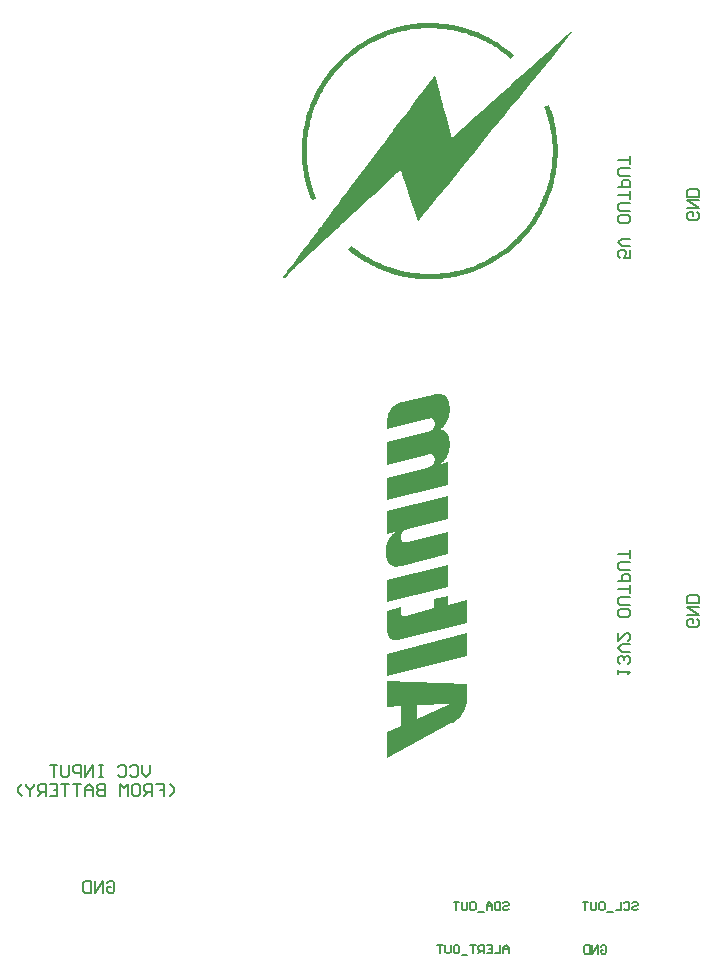
<source format=gbo>
G04*
G04 #@! TF.GenerationSoftware,Altium Limited,Altium Designer,18.1.11 (251)*
G04*
G04 Layer_Color=32896*
%FSLAX25Y25*%
%MOIN*%
G70*
G01*
G75*
%ADD13C,0.00787*%
%ADD15C,0.00591*%
%ADD85C,0.00669*%
G36*
X298514Y350379D02*
X298730D01*
X298838D01*
X298892D01*
X300187Y350271D01*
X301428Y350164D01*
X302615Y350002D01*
X303640Y349840D01*
X304503Y349678D01*
X304881Y349624D01*
X305205Y349516D01*
X305475Y349462D01*
X305637D01*
X305745Y349408D01*
X305799D01*
X307094Y349084D01*
X308281Y348761D01*
X309414Y348437D01*
X310439Y348059D01*
X311302Y347789D01*
X311626Y347627D01*
X311950Y347519D01*
X312166Y347411D01*
X312328Y347358D01*
X312436Y347304D01*
X312490D01*
X313731Y346764D01*
X314918Y346224D01*
X315997Y345685D01*
X316968Y345199D01*
X317778Y344713D01*
X318102Y344552D01*
X318371Y344390D01*
X318587Y344228D01*
X318803Y344174D01*
X318857Y344066D01*
X318911D01*
X320044Y343365D01*
X321069Y342609D01*
X322041Y341908D01*
X322904Y341260D01*
X323605Y340667D01*
X324145Y340235D01*
X324361Y340019D01*
X324523Y339911D01*
X324577Y339857D01*
X324631Y339803D01*
X323551Y338562D01*
X322580Y339425D01*
X321609Y340181D01*
X320692Y340882D01*
X319828Y341476D01*
X319127Y341962D01*
X318533Y342339D01*
X318317Y342501D01*
X318155Y342609D01*
X318102Y342663D01*
X318047D01*
X316968Y343311D01*
X315889Y343904D01*
X314864Y344444D01*
X313893Y344875D01*
X313137Y345253D01*
X312759Y345415D01*
X312490Y345577D01*
X312274Y345685D01*
X312112Y345739D01*
X312004Y345793D01*
X311950D01*
X310763Y346224D01*
X309576Y346602D01*
X308497Y346980D01*
X307471Y347250D01*
X306662Y347465D01*
X306284Y347519D01*
X306014Y347627D01*
X305745Y347681D01*
X305583D01*
X305475Y347735D01*
X305421D01*
X304180Y348005D01*
X302993Y348221D01*
X301859Y348383D01*
X300888Y348491D01*
X300025Y348545D01*
X299647Y348599D01*
X299377D01*
X299108Y348653D01*
X298946D01*
X298838D01*
X298784D01*
X297489Y348707D01*
X296248D01*
X295061D01*
X294035Y348653D01*
X293172Y348599D01*
X292794D01*
X292471Y348545D01*
X292201D01*
X292039Y348491D01*
X291931D01*
X291877D01*
X290636Y348329D01*
X289395Y348113D01*
X288262Y347897D01*
X287290Y347681D01*
X286427Y347519D01*
X286103Y347411D01*
X285779Y347358D01*
X285564Y347304D01*
X285402Y347250D01*
X285294Y347196D01*
X285240D01*
X283999Y346818D01*
X282758Y346386D01*
X281679Y345901D01*
X280653Y345523D01*
X279844Y345145D01*
X279520Y344983D01*
X279196Y344875D01*
X278980Y344767D01*
X278819Y344659D01*
X278711Y344606D01*
X278657D01*
X277523Y344012D01*
X276390Y343419D01*
X275365Y342825D01*
X274448Y342285D01*
X273692Y341800D01*
X273099Y341368D01*
X272883Y341260D01*
X272721Y341152D01*
X272667Y341044D01*
X272613D01*
X271534Y340235D01*
X270509Y339425D01*
X269591Y338670D01*
X268782Y337915D01*
X268080Y337321D01*
X267595Y336835D01*
X267271Y336512D01*
X267217Y336458D01*
X267163Y336404D01*
X266300Y335432D01*
X265437Y334461D01*
X264681Y333544D01*
X264034Y332734D01*
X263494Y332033D01*
X263116Y331439D01*
X262954Y331224D01*
X262846Y331062D01*
X262738Y331008D01*
Y330954D01*
X262037Y329928D01*
X261389Y328849D01*
X260796Y327878D01*
X260310Y326961D01*
X259879Y326205D01*
X259609Y325612D01*
X259501Y325396D01*
X259393Y325234D01*
X259339Y325126D01*
Y325072D01*
X258853Y323885D01*
X258422Y322752D01*
X257990Y321673D01*
X257666Y320701D01*
X257397Y319838D01*
X257343Y319514D01*
X257235Y319190D01*
X257181Y318975D01*
X257127Y318813D01*
X257073Y318705D01*
Y318651D01*
X256749Y317464D01*
X256479Y316277D01*
X256209Y315143D01*
X256048Y314118D01*
X255886Y313255D01*
X255832Y312877D01*
X255778Y312607D01*
Y312337D01*
X255724Y312176D01*
Y312014D01*
X255616Y310773D01*
X255562Y309532D01*
Y306132D01*
X255616Y305808D01*
Y305215D01*
X255724Y303920D01*
X255886Y302679D01*
X255994Y301546D01*
X256209Y300520D01*
X256317Y299657D01*
X256425Y299279D01*
X256479Y299009D01*
X256533Y298740D01*
Y298578D01*
X256587Y298470D01*
Y298416D01*
X256911Y297175D01*
X257235Y296042D01*
X257612Y294908D01*
X257936Y293937D01*
X258206Y293128D01*
X258368Y292804D01*
X258476Y292480D01*
X258584Y292264D01*
X258638Y292103D01*
X258692Y291995D01*
Y291941D01*
X257127Y291293D01*
X256641Y292534D01*
X256263Y293721D01*
X255886Y294854D01*
X255562Y295880D01*
X255292Y296743D01*
X255184Y297121D01*
X255130Y297445D01*
X255076Y297714D01*
X255022Y297876D01*
X254968Y297984D01*
Y298038D01*
X254698Y299333D01*
X254483Y300628D01*
X254321Y301815D01*
X254159Y302894D01*
X254105Y303812D01*
X254051Y304190D01*
Y304513D01*
X253997Y304783D01*
Y305107D01*
X253943Y305592D01*
X253889Y306024D01*
Y308776D01*
X253943Y309855D01*
X253997Y310827D01*
X254105Y311690D01*
X254159Y312391D01*
X254213Y312985D01*
Y313201D01*
X254267Y313363D01*
Y313471D01*
X254429Y314550D01*
X254591Y315575D01*
X254806Y316546D01*
X254968Y317410D01*
X255130Y318111D01*
X255292Y318651D01*
X255346Y318867D01*
Y319028D01*
X255400Y319082D01*
Y319137D01*
X255778Y320378D01*
X256209Y321619D01*
X256587Y322698D01*
X256965Y323723D01*
X257343Y324533D01*
X257450Y324856D01*
X257612Y325180D01*
X257666Y325396D01*
X257774Y325558D01*
X257828Y325666D01*
Y325720D01*
X258422Y326907D01*
X259015Y328040D01*
X259609Y329119D01*
X260202Y330036D01*
X260688Y330792D01*
X261066Y331439D01*
X261174Y331655D01*
X261282Y331817D01*
X261389Y331871D01*
Y331925D01*
X262145Y333004D01*
X262954Y334029D01*
X263710Y335001D01*
X264411Y335864D01*
X265059Y336565D01*
X265544Y337105D01*
X265706Y337267D01*
X265868Y337429D01*
X265922Y337483D01*
X265976Y337537D01*
X266947Y338508D01*
X267973Y339425D01*
X268890Y340235D01*
X269753Y340936D01*
X270509Y341530D01*
X271102Y342016D01*
X271318Y342177D01*
X271480Y342285D01*
X271534Y342393D01*
X271588D01*
X272721Y343203D01*
X273908Y343904D01*
X274934Y344552D01*
X275905Y345091D01*
X276768Y345523D01*
X277092Y345739D01*
X277416Y345901D01*
X277631Y346009D01*
X277793Y346116D01*
X277901Y346170D01*
X277955D01*
X279196Y346764D01*
X280437Y347250D01*
X281571Y347681D01*
X282596Y348059D01*
X283513Y348383D01*
X283837Y348491D01*
X284161Y348599D01*
X284430Y348653D01*
X284592Y348707D01*
X284700Y348761D01*
X284754D01*
X286049Y349084D01*
X287290Y349408D01*
X288477Y349624D01*
X289557Y349840D01*
X290420Y350002D01*
X290798Y350056D01*
X291122Y350110D01*
X291391D01*
X291553Y350164D01*
X291661D01*
X291715D01*
X293010Y350325D01*
X294305Y350379D01*
X295546Y350433D01*
X296625D01*
X297543D01*
X297920D01*
X298244D01*
X298514Y350379D01*
D02*
G37*
G36*
X343733Y347519D02*
X343786Y347465D01*
X344002Y347358D01*
X344056Y347304D01*
X341682Y344390D01*
X339362Y341584D01*
X338282Y340235D01*
X337203Y338940D01*
X336232Y337699D01*
X335261Y336565D01*
X334397Y335486D01*
X333642Y334569D01*
X332941Y333706D01*
X332347Y333004D01*
X331915Y332411D01*
X331538Y332033D01*
X331322Y331763D01*
X331268Y331655D01*
X328839Y328741D01*
X326519Y325935D01*
X325440Y324586D01*
X324361Y323291D01*
X323336Y322050D01*
X322418Y320917D01*
X321555Y319838D01*
X320799Y318921D01*
X320098Y318057D01*
X319504Y317356D01*
X319073Y316762D01*
X318695Y316385D01*
X318479Y316115D01*
X318425Y316007D01*
X316051Y313093D01*
X313731Y310233D01*
X312651Y308830D01*
X311572Y307535D01*
X310547Y306294D01*
X309630Y305161D01*
X308766Y304082D01*
X307957Y303110D01*
X307256Y302301D01*
X306716Y301546D01*
X306230Y301006D01*
X305853Y300574D01*
X305637Y300304D01*
X305583Y300197D01*
X303208Y297229D01*
X300834Y294369D01*
X299755Y293020D01*
X298676Y291725D01*
X297651Y290484D01*
X296679Y289297D01*
X295816Y288271D01*
X295061Y287300D01*
X294359Y286437D01*
X293765Y285735D01*
X293280Y285142D01*
X292902Y284764D01*
X292686Y284494D01*
X292632Y284386D01*
X292093Y286005D01*
X291553Y287516D01*
X291068Y288973D01*
X290636Y290268D01*
X290420Y290861D01*
X290258Y291347D01*
X290096Y291779D01*
X289988Y292210D01*
X289880Y292480D01*
X289773Y292750D01*
X289719Y292858D01*
Y292912D01*
X289179Y294477D01*
X288693Y296042D01*
X288208Y297498D01*
X287776Y298794D01*
X287560Y299387D01*
X287398Y299873D01*
X287236Y300358D01*
X287128Y300736D01*
X287020Y301060D01*
X286913Y301276D01*
X286859Y301438D01*
Y301492D01*
X285617Y300520D01*
X285078Y300035D01*
X284592Y299603D01*
X284215Y299279D01*
X283891Y298955D01*
X283675Y298794D01*
X283621Y298740D01*
X282542Y297714D01*
X282056Y297229D01*
X281625Y296797D01*
X281247Y296419D01*
X280977Y296149D01*
X280761Y295934D01*
X280707Y295880D01*
X279250Y294531D01*
X277901Y293236D01*
X276552Y292049D01*
X275365Y290969D01*
X274880Y290484D01*
X274394Y290052D01*
X273962Y289674D01*
X273638Y289351D01*
X273315Y289081D01*
X273099Y288865D01*
X272991Y288757D01*
X272937Y288703D01*
X271480Y287354D01*
X270077Y286059D01*
X268782Y284872D01*
X267595Y283793D01*
X267055Y283307D01*
X266624Y282875D01*
X266192Y282498D01*
X265814Y282174D01*
X265544Y281904D01*
X265329Y281688D01*
X265221Y281580D01*
X265167Y281526D01*
X263710Y280177D01*
X262307Y278882D01*
X261012Y277641D01*
X259879Y276562D01*
X259339Y276076D01*
X258853Y275645D01*
X258476Y275267D01*
X258098Y274943D01*
X257828Y274673D01*
X257612Y274458D01*
X257504Y274350D01*
X257450Y274296D01*
X255994Y272947D01*
X254644Y271652D01*
X253295Y270465D01*
X252108Y269331D01*
X251623Y268846D01*
X251137Y268414D01*
X250705Y268036D01*
X250382Y267713D01*
X250058Y267443D01*
X249842Y267227D01*
X249734Y267119D01*
X249680Y267065D01*
X249410Y266741D01*
X249141Y266418D01*
X248925Y266148D01*
X248871Y266094D01*
Y266040D01*
X248709Y265878D01*
X248547Y265716D01*
X248223Y265608D01*
X248007D01*
X247900D01*
X247792Y265716D01*
X247738Y265824D01*
Y265986D01*
X247792Y266094D01*
X247954Y266310D01*
X248061Y266418D01*
X248439Y266903D01*
X248709Y267281D01*
X248871Y267551D01*
X248925Y267659D01*
X251137Y270572D01*
X253295Y273378D01*
X254321Y274727D01*
X255292Y276022D01*
X256209Y277263D01*
X257073Y278397D01*
X257882Y279476D01*
X258584Y280393D01*
X259231Y281257D01*
X259771Y281958D01*
X260202Y282552D01*
X260526Y282929D01*
X260742Y283199D01*
X260796Y283307D01*
X263008Y286221D01*
X265113Y289081D01*
X266138Y290430D01*
X267109Y291779D01*
X268027Y292966D01*
X268890Y294153D01*
X269699Y295178D01*
X270401Y296149D01*
X271048Y297013D01*
X271588Y297714D01*
X272020Y298308D01*
X272343Y298686D01*
X272559Y298955D01*
X272613Y299063D01*
X274826Y301977D01*
X276984Y304837D01*
X278009Y306186D01*
X278980Y307535D01*
X279898Y308722D01*
X280761Y309909D01*
X281571Y310934D01*
X282272Y311906D01*
X282920Y312769D01*
X283405Y313471D01*
X283837Y314064D01*
X284161Y314442D01*
X284377Y314712D01*
X284430Y314820D01*
X286643Y317734D01*
X288801Y320593D01*
X289826Y321942D01*
X290852Y323291D01*
X291769Y324479D01*
X292632Y325666D01*
X293442Y326691D01*
X294143Y327662D01*
X294791Y328525D01*
X295330Y329227D01*
X295762Y329821D01*
X296086Y330198D01*
X296302Y330468D01*
X296356Y330576D01*
X296625Y331008D01*
X296949Y331385D01*
X297165Y331601D01*
X297219Y331709D01*
X297597Y332195D01*
X297920Y332627D01*
X298190Y333004D01*
X298298Y333058D01*
Y333112D01*
X298838Y331170D01*
X299377Y329227D01*
X299809Y327446D01*
X300025Y326637D01*
X300241Y325882D01*
X300457Y325180D01*
X300618Y324533D01*
X300726Y323993D01*
X300888Y323507D01*
X300996Y323130D01*
X301050Y322806D01*
X301104Y322644D01*
Y322590D01*
X301644Y320647D01*
X302129Y318813D01*
X302615Y317032D01*
X302831Y316223D01*
X302993Y315467D01*
X303208Y314766D01*
X303370Y314118D01*
X303478Y313579D01*
X303640Y313147D01*
X303748Y312769D01*
X303802Y312445D01*
X303856Y312284D01*
Y312230D01*
X305745Y313902D01*
X307525Y315521D01*
X309198Y317032D01*
X310008Y317734D01*
X310709Y318381D01*
X311410Y318975D01*
X312004Y319514D01*
X312544Y320000D01*
X312975Y320431D01*
X313353Y320755D01*
X313623Y320971D01*
X313785Y321133D01*
X313839Y321187D01*
X315727Y322860D01*
X317508Y324425D01*
X319181Y325935D01*
X319936Y326637D01*
X320692Y327284D01*
X321339Y327878D01*
X321933Y328418D01*
X322472Y328903D01*
X322904Y329281D01*
X323282Y329605D01*
X323551Y329821D01*
X323713Y329982D01*
X323767Y330036D01*
X325602Y331709D01*
X327383Y333274D01*
X329055Y334785D01*
X329865Y335486D01*
X330566Y336134D01*
X331214Y336727D01*
X331807Y337267D01*
X332347Y337753D01*
X332779Y338130D01*
X333156Y338454D01*
X333426Y338670D01*
X333588Y338832D01*
X333642Y338886D01*
X335477Y340505D01*
X337257Y342070D01*
X338930Y343526D01*
X339686Y344228D01*
X340387Y344875D01*
X341035Y345469D01*
X341628Y346009D01*
X342168Y346494D01*
X342599Y346872D01*
X342977Y347196D01*
X343247Y347411D01*
X343409Y347573D01*
X343463Y347627D01*
X343733Y347519D01*
D02*
G37*
G36*
X336772Y321942D02*
X337149Y320755D01*
X337527Y319622D01*
X337797Y318597D01*
X338013Y317734D01*
X338067Y317356D01*
X338175Y317032D01*
X338229Y316762D01*
Y316600D01*
X338282Y316492D01*
Y316439D01*
X338552Y315143D01*
X338714Y313902D01*
X338876Y312715D01*
X338984Y311690D01*
X339092Y310827D01*
Y310449D01*
X339146Y310125D01*
Y309532D01*
X339200Y308237D01*
Y306996D01*
X339146Y305808D01*
X339092Y304783D01*
X338984Y303920D01*
Y303542D01*
X338930Y303218D01*
Y302948D01*
X338876Y302787D01*
Y302625D01*
X338714Y301330D01*
X338498Y300143D01*
X338282Y298955D01*
X338067Y297984D01*
X337851Y297121D01*
X337743Y296743D01*
X337689Y296473D01*
X337635Y296203D01*
X337581Y296042D01*
X337527Y295934D01*
Y295880D01*
X337149Y294639D01*
X336718Y293451D01*
X336340Y292372D01*
X335908Y291347D01*
X335584Y290538D01*
X335423Y290214D01*
X335315Y289890D01*
X335207Y289674D01*
X335099Y289512D01*
X335045Y289405D01*
Y289351D01*
X334451Y288163D01*
X333858Y287084D01*
X333318Y286059D01*
X332725Y285142D01*
X332239Y284386D01*
X331861Y283793D01*
X331753Y283577D01*
X331645Y283415D01*
X331538Y283361D01*
Y283307D01*
X330728Y282228D01*
X329919Y281257D01*
X329163Y280285D01*
X328408Y279476D01*
X327814Y278774D01*
X327329Y278289D01*
X327167Y278073D01*
X327005Y277911D01*
X326951Y277857D01*
X326897Y277803D01*
X325926Y276886D01*
X325008Y275969D01*
X324091Y275159D01*
X323228Y274512D01*
X322526Y273918D01*
X321933Y273486D01*
X321717Y273324D01*
X321555Y273217D01*
X321501Y273109D01*
X321447D01*
X320314Y272353D01*
X319235Y271652D01*
X318155Y271004D01*
X317238Y270465D01*
X316429Y270033D01*
X316105Y269817D01*
X315781Y269655D01*
X315565Y269547D01*
X315404Y269439D01*
X315296Y269385D01*
X315242D01*
X314054Y268846D01*
X312867Y268306D01*
X311734Y267875D01*
X310709Y267497D01*
X309846Y267227D01*
X309468Y267065D01*
X309144Y266957D01*
X308874Y266903D01*
X308712Y266849D01*
X308605Y266795D01*
X308551D01*
X307310Y266472D01*
X306068Y266148D01*
X304935Y265932D01*
X303910Y265716D01*
X303047Y265608D01*
X302669Y265500D01*
X302345D01*
X302075Y265446D01*
X301913Y265392D01*
X301805D01*
X301752D01*
X300457Y265284D01*
X299216Y265177D01*
X298028Y265123D01*
X297003D01*
X296140D01*
X295762D01*
X295438D01*
X295168D01*
X295007D01*
X294899D01*
X294845D01*
X293550Y265177D01*
X292255Y265284D01*
X291068Y265446D01*
X290042Y265554D01*
X289125Y265716D01*
X288801Y265770D01*
X288477Y265824D01*
X288208Y265878D01*
X288046D01*
X287938Y265932D01*
X287884D01*
X286643Y266256D01*
X285456Y266579D01*
X284323Y266903D01*
X283351Y267227D01*
X282488Y267497D01*
X282164Y267605D01*
X281840Y267713D01*
X281625Y267821D01*
X281463Y267875D01*
X281355Y267928D01*
X281301D01*
X280060Y268414D01*
X278926Y268900D01*
X277847Y269439D01*
X276930Y269871D01*
X276121Y270303D01*
X275797Y270465D01*
X275527Y270626D01*
X275311Y270734D01*
X275149Y270842D01*
X275041Y270896D01*
X274987D01*
X273854Y271544D01*
X272829Y272245D01*
X271858Y272947D01*
X270994Y273594D01*
X270293Y274134D01*
X269753Y274566D01*
X269537Y274727D01*
X269376Y274835D01*
X269322Y274943D01*
X269268D01*
X270293Y276184D01*
X271318Y275429D01*
X272289Y274727D01*
X273207Y274080D01*
X274070Y273486D01*
X274772Y273055D01*
X275365Y272677D01*
X275581Y272569D01*
X275743Y272461D01*
X275797Y272407D01*
X275851D01*
X276930Y271814D01*
X278009Y271220D01*
X279088Y270734D01*
X280006Y270303D01*
X280815Y269925D01*
X281139Y269817D01*
X281409Y269655D01*
X281625Y269547D01*
X281786Y269493D01*
X281894Y269439D01*
X281948D01*
X283081Y269062D01*
X284215Y268684D01*
X285294Y268360D01*
X286265Y268090D01*
X287074Y267875D01*
X287398Y267821D01*
X287722Y267713D01*
X287938Y267659D01*
X288100D01*
X288208Y267605D01*
X288262D01*
X289503Y267389D01*
X290690Y267227D01*
X291769Y267065D01*
X292794Y266957D01*
X293658Y266903D01*
X293981Y266849D01*
X294305D01*
X294521Y266795D01*
X294683D01*
X294791D01*
X294845D01*
X296086D01*
X297273D01*
X298406Y266849D01*
X299431Y266903D01*
X300241Y266957D01*
X300618D01*
X300942Y267011D01*
X301158D01*
X301320Y267065D01*
X301428D01*
X301482D01*
X302723Y267227D01*
X303910Y267443D01*
X305043Y267659D01*
X306068Y267875D01*
X306878Y268090D01*
X307256Y268198D01*
X307579Y268252D01*
X307795Y268306D01*
X307957Y268360D01*
X308065Y268414D01*
X308119D01*
X309306Y268792D01*
X310493Y269223D01*
X311572Y269601D01*
X312544Y270033D01*
X313353Y270357D01*
X313677Y270518D01*
X313947Y270626D01*
X314162Y270734D01*
X314324Y270842D01*
X314432Y270896D01*
X314486D01*
X315619Y271490D01*
X316753Y272137D01*
X317778Y272731D01*
X318641Y273271D01*
X319396Y273756D01*
X319990Y274134D01*
X320206Y274242D01*
X320368Y274350D01*
X320422Y274458D01*
X320476D01*
X321501Y275267D01*
X322472Y276076D01*
X323390Y276832D01*
X324145Y277533D01*
X324793Y278127D01*
X325278Y278559D01*
X325602Y278882D01*
X325710Y278990D01*
X326627Y279907D01*
X327436Y280879D01*
X328246Y281742D01*
X328893Y282552D01*
X329433Y283253D01*
X329865Y283793D01*
X329973Y284009D01*
X330081Y284170D01*
X330188Y284224D01*
Y284278D01*
X330836Y285303D01*
X331484Y286329D01*
X332023Y287300D01*
X332509Y288217D01*
X332887Y288973D01*
X333156Y289512D01*
X333264Y289782D01*
X333372Y289944D01*
X333426Y289998D01*
Y290052D01*
X333966Y291185D01*
X334397Y292318D01*
X334829Y293398D01*
X335207Y294369D01*
X335477Y295178D01*
X335584Y295502D01*
X335692Y295826D01*
X335746Y296042D01*
X335800Y296203D01*
X335854Y296311D01*
Y296365D01*
X336178Y297552D01*
X336502Y298740D01*
X336718Y299819D01*
X336880Y300790D01*
X337041Y301600D01*
X337095Y301923D01*
X337149Y302247D01*
Y302463D01*
X337203Y302625D01*
Y302787D01*
X337311Y304028D01*
X337419Y305215D01*
X337473Y306348D01*
X337527Y307319D01*
Y309424D01*
X337419Y310665D01*
X337311Y311906D01*
X337149Y313039D01*
X336987Y314064D01*
X336826Y314874D01*
X336772Y315251D01*
X336718Y315575D01*
X336664Y315791D01*
Y315953D01*
X336610Y316061D01*
Y316115D01*
X336340Y317356D01*
X336070Y318543D01*
X335746Y319622D01*
X335423Y320593D01*
X335153Y321403D01*
X335045Y321726D01*
X334937Y321996D01*
X334829Y322212D01*
X334775Y322374D01*
X334721Y322482D01*
Y322536D01*
X336340Y323183D01*
X336772Y321942D01*
D02*
G37*
G36*
X300377Y226750D02*
X300392D01*
X300422Y226735D01*
X300482D01*
X300558Y226704D01*
X300648Y226689D01*
X300754Y226659D01*
X301011Y226569D01*
X301283Y226463D01*
X301570Y226312D01*
X301841Y226115D01*
X302098Y225874D01*
Y225859D01*
X302128Y225844D01*
X302158Y225798D01*
X302189Y225738D01*
X302294Y225587D01*
X302415Y225360D01*
X302551Y225104D01*
X302687Y224802D01*
X302823Y224454D01*
X302928Y224077D01*
Y224062D01*
X302944Y224032D01*
X302959Y223971D01*
X302974Y223896D01*
X302989Y223805D01*
X303019Y223684D01*
X303034Y223549D01*
X303064Y223397D01*
X303095Y223231D01*
X303110Y223050D01*
X303155Y222658D01*
X303185Y222220D01*
X303200Y221737D01*
Y221495D01*
X303185Y221404D01*
Y221163D01*
X303155Y220891D01*
X303125Y220589D01*
X303080Y220272D01*
X303019Y219940D01*
Y219894D01*
X303004Y219849D01*
X302989Y219789D01*
X302974Y219713D01*
X302944Y219622D01*
X302898Y219396D01*
X302823Y219124D01*
X302732Y218837D01*
X302626Y218520D01*
X302506Y218203D01*
Y218188D01*
X302491Y218158D01*
X302476Y218112D01*
X302445Y218052D01*
X302400Y217962D01*
X302355Y217871D01*
X302249Y217644D01*
X302113Y217388D01*
X301947Y217101D01*
X301751Y216799D01*
X301539Y216497D01*
Y216482D01*
X301509Y216467D01*
X301479Y216421D01*
X301434Y216361D01*
X301298Y216210D01*
X301132Y216014D01*
X300920Y215787D01*
X300663Y215546D01*
X300392Y215289D01*
X300075Y215032D01*
X300090D01*
X300105D01*
X300150Y215017D01*
X300210Y215002D01*
X300361Y214972D01*
X300543Y214911D01*
X300754Y214836D01*
X300981Y214745D01*
X301222Y214639D01*
X301449Y214519D01*
X301479Y214504D01*
X301554Y214458D01*
X301660Y214383D01*
X301796Y214277D01*
X301947Y214141D01*
X302113Y213975D01*
X302279Y213794D01*
X302445Y213582D01*
X302460Y213552D01*
X302506Y213477D01*
X302581Y213356D01*
X302657Y213175D01*
X302747Y212963D01*
X302838Y212707D01*
X302928Y212420D01*
X303004Y212103D01*
Y212088D01*
X303019Y212057D01*
Y212012D01*
X303034Y211952D01*
X303049Y211861D01*
X303064Y211755D01*
X303080Y211635D01*
X303110Y211514D01*
X303140Y211197D01*
X303170Y210849D01*
X303185Y210442D01*
X303200Y210004D01*
Y209807D01*
X303185Y209657D01*
Y209475D01*
X303155Y209264D01*
X303140Y209022D01*
X303110Y208766D01*
X303064Y208494D01*
X303019Y208192D01*
X302883Y207573D01*
X302793Y207256D01*
X302702Y206939D01*
X302581Y206621D01*
X302445Y206319D01*
X302430Y206304D01*
X302415Y206244D01*
X302370Y206168D01*
X302309Y206048D01*
X302219Y205912D01*
X302128Y205746D01*
X302007Y205564D01*
X301887Y205368D01*
X301736Y205157D01*
X301554Y204930D01*
X301373Y204704D01*
X301177Y204477D01*
X300950Y204236D01*
X300709Y204009D01*
X300452Y203783D01*
X300180Y203556D01*
Y203466D01*
X302642Y204054D01*
Y196444D01*
X282453Y191401D01*
Y198920D01*
X295771Y202288D01*
X295786D01*
X295831Y202303D01*
X295892Y202318D01*
X295967Y202348D01*
X296073Y202378D01*
X296179Y202424D01*
X296451Y202529D01*
X296738Y202665D01*
X297040Y202846D01*
X297326Y203058D01*
X297568Y203299D01*
Y203314D01*
X297598Y203330D01*
X297628Y203375D01*
X297659Y203420D01*
X297764Y203586D01*
X297870Y203783D01*
X297976Y204039D01*
X298081Y204356D01*
X298142Y204704D01*
X298172Y205081D01*
Y205187D01*
X298157Y205262D01*
X298142Y205444D01*
X298096Y205670D01*
X298021Y205912D01*
X297915Y206153D01*
X297764Y206365D01*
X297674Y206470D01*
X297568Y206546D01*
X297538Y206561D01*
X297462Y206606D01*
X297311Y206652D01*
X297115Y206697D01*
X296873Y206727D01*
X296556D01*
X296179Y206697D01*
X295983Y206652D01*
X295756Y206591D01*
X282453Y203254D01*
Y210789D01*
X295771Y214126D01*
X295786D01*
X295831Y214141D01*
X295892Y214156D01*
X295967Y214187D01*
X296073Y214217D01*
X296179Y214262D01*
X296451Y214368D01*
X296738Y214519D01*
X297040Y214700D01*
X297326Y214911D01*
X297568Y215153D01*
Y215168D01*
X297598Y215183D01*
X297628Y215228D01*
X297659Y215289D01*
X297764Y215440D01*
X297870Y215651D01*
X297976Y215908D01*
X298081Y216225D01*
X298142Y216587D01*
X298172Y216995D01*
Y217101D01*
X298157Y217176D01*
Y217267D01*
X298142Y217357D01*
X298096Y217599D01*
X298021Y217841D01*
X297915Y218082D01*
X297764Y218309D01*
X297674Y218399D01*
X297568Y218475D01*
X297538Y218490D01*
X297462Y218535D01*
X297311Y218581D01*
X297130Y218626D01*
X296873Y218656D01*
X296556Y218641D01*
X296194Y218611D01*
X295998Y218566D01*
X295771Y218505D01*
X282453Y215168D01*
Y218686D01*
X282468Y218807D01*
X282483Y218958D01*
X282513Y219154D01*
X282543Y219351D01*
X282589Y219577D01*
X282634Y219819D01*
X282710Y220091D01*
X282785Y220362D01*
X282891Y220634D01*
X283012Y220921D01*
X283148Y221208D01*
X283314Y221480D01*
X283495Y221767D01*
X283510Y221782D01*
X283540Y221827D01*
X283600Y221903D01*
X283676Y222008D01*
X283782Y222129D01*
X283903Y222250D01*
X284053Y222401D01*
X284220Y222552D01*
X284401Y222718D01*
X284597Y222869D01*
X284808Y223035D01*
X285050Y223186D01*
X285292Y223322D01*
X285548Y223443D01*
X285835Y223549D01*
X286122Y223639D01*
X297689Y226553D01*
X297704D01*
X297764Y226569D01*
X297840Y226584D01*
X297961Y226614D01*
X298096Y226629D01*
X298248Y226659D01*
X298429Y226689D01*
X298625Y226719D01*
X299048Y226765D01*
X299486Y226795D01*
X299939D01*
X300377Y226750D01*
D02*
G37*
G36*
X302642Y185210D02*
X289293Y181842D01*
X289278D01*
X289248Y181827D01*
X289172Y181812D01*
X289097Y181782D01*
X288991Y181752D01*
X288885Y181706D01*
X288614Y181616D01*
X288327Y181465D01*
X288025Y181299D01*
X287738Y181087D01*
X287481Y180831D01*
Y180815D01*
X287451Y180800D01*
X287421Y180755D01*
X287391Y180710D01*
X287285Y180544D01*
X287179Y180332D01*
X287073Y180076D01*
X286968Y179774D01*
X286907Y179411D01*
X286877Y179019D01*
Y178913D01*
X286892Y178852D01*
X286907Y178671D01*
X286953Y178445D01*
X287028Y178218D01*
X287134Y177977D01*
X287285Y177765D01*
X287375Y177675D01*
X287481Y177599D01*
X287511Y177584D01*
X287602Y177539D01*
X287738Y177494D01*
X287934Y177448D01*
X288191Y177418D01*
X288508D01*
X288870Y177448D01*
X289082Y177494D01*
X289293Y177539D01*
X302642Y180876D01*
Y173341D01*
X287360Y169521D01*
X287345D01*
X287285Y169506D01*
X287209Y169491D01*
X287104Y169460D01*
X286953Y169445D01*
X286802Y169415D01*
X286620Y169385D01*
X286439Y169355D01*
X286017Y169309D01*
X285563Y169279D01*
X285110D01*
X284688Y169324D01*
X284673D01*
X284642Y169340D01*
X284582Y169355D01*
X284507Y169370D01*
X284416Y169400D01*
X284325Y169430D01*
X284084Y169521D01*
X283827Y169641D01*
X283555Y169808D01*
X283298Y170019D01*
X283072Y170276D01*
Y170291D01*
X283042Y170306D01*
X283012Y170351D01*
X282981Y170396D01*
X282876Y170547D01*
X282740Y170759D01*
X282604Y171001D01*
X282453Y171287D01*
X282317Y171620D01*
X282196Y171967D01*
Y171982D01*
X282181Y172012D01*
X282166Y172073D01*
X282151Y172148D01*
X282136Y172239D01*
X282106Y172360D01*
X282075Y172480D01*
X282060Y172631D01*
X282030Y172797D01*
X282015Y172979D01*
X281970Y173371D01*
X281940Y173809D01*
Y174489D01*
X281955Y174640D01*
Y174821D01*
X281985Y175017D01*
X282000Y175259D01*
X282030Y175515D01*
X282075Y175787D01*
X282121Y176074D01*
X282242Y176693D01*
X282423Y177312D01*
X282543Y177629D01*
X282664Y177931D01*
X282679Y177946D01*
X282695Y178007D01*
X282740Y178082D01*
X282800Y178203D01*
X282876Y178339D01*
X282966Y178505D01*
X283087Y178671D01*
X283208Y178868D01*
X283359Y179079D01*
X283525Y179306D01*
X283691Y179532D01*
X283887Y179759D01*
X284114Y179985D01*
X284340Y180227D01*
X284582Y180453D01*
X284854Y180665D01*
Y180770D01*
X282423Y180181D01*
Y187686D01*
X302642Y192745D01*
Y185210D01*
D02*
G37*
G36*
Y162378D02*
X282423Y157335D01*
Y164840D01*
X302642Y169928D01*
Y162378D01*
D02*
G37*
G36*
Y156459D02*
X308818Y158075D01*
Y150540D01*
X287330Y145104D01*
X287315D01*
X287255Y145089D01*
X287179Y145059D01*
X287058Y145044D01*
X286923Y145013D01*
X286756Y144968D01*
X286575Y144938D01*
X286379Y144908D01*
X285941Y144832D01*
X285503Y144787D01*
X285050Y144772D01*
X284627Y144787D01*
X284612D01*
X284582Y144802D01*
X284522D01*
X284461Y144817D01*
X284280Y144862D01*
X284053Y144938D01*
X283797Y145044D01*
X283555Y145195D01*
X283314Y145376D01*
X283117Y145617D01*
X283102Y145648D01*
X283042Y145738D01*
X282966Y145874D01*
X282861Y146070D01*
X282755Y146327D01*
X282634Y146629D01*
X282528Y146976D01*
X282438Y147384D01*
Y147399D01*
X282423Y147444D01*
Y147505D01*
X282408Y147596D01*
X282393Y147701D01*
X282362Y147852D01*
X282347Y148003D01*
X282332Y148184D01*
X282302Y148381D01*
X282287Y148607D01*
X282272Y148849D01*
X282257Y149106D01*
X282242Y149377D01*
Y150917D01*
X282257Y151219D01*
Y151567D01*
X282272Y151944D01*
X282287Y152337D01*
Y152518D01*
X282302Y152624D01*
Y152865D01*
X282317Y153016D01*
X282332Y153349D01*
X282362Y153726D01*
X282393Y154119D01*
X282423Y154542D01*
X286907Y155674D01*
Y154255D01*
X286923Y154088D01*
X286938Y153892D01*
X286983Y153681D01*
X287043Y153454D01*
X287149Y153258D01*
X287270Y153092D01*
X287285Y153077D01*
X287345Y153032D01*
X287436Y152986D01*
X287572Y152926D01*
X287753Y152881D01*
X287964Y152865D01*
X288206D01*
X288493Y152926D01*
X298112Y155327D01*
Y158467D01*
X302642Y159600D01*
Y156459D01*
D02*
G37*
G36*
X309089Y139426D02*
X282423Y132737D01*
Y140257D01*
X309089Y146961D01*
Y139426D01*
D02*
G37*
G36*
Y130155D02*
Y125519D01*
X309074Y125414D01*
X309059Y125293D01*
Y125142D01*
X309029Y124976D01*
X309014Y124794D01*
X308953Y124372D01*
X308893Y123919D01*
X308787Y123451D01*
X308666Y122967D01*
Y122952D01*
X308651Y122907D01*
X308621Y122847D01*
X308591Y122756D01*
X308546Y122635D01*
X308500Y122499D01*
X308440Y122348D01*
X308380Y122182D01*
X308213Y121820D01*
X308032Y121412D01*
X307806Y120989D01*
X307564Y120566D01*
Y120551D01*
X307534Y120521D01*
X307489Y120461D01*
X307443Y120385D01*
X307383Y120280D01*
X307292Y120174D01*
X307111Y119902D01*
X306870Y119585D01*
X306583Y119253D01*
X306266Y118905D01*
X305918Y118558D01*
X305903Y118543D01*
X305873Y118513D01*
X305828Y118468D01*
X305752Y118407D01*
X305662Y118332D01*
X305556Y118226D01*
X305435Y118135D01*
X305299Y118015D01*
X304982Y117773D01*
X304620Y117501D01*
X304227Y117229D01*
X303789Y116973D01*
X282423Y105512D01*
X282453Y114179D01*
X287058Y116218D01*
Y122696D01*
X282423Y122454D01*
Y131152D01*
X309089Y130155D01*
D02*
G37*
%LPC*%
G36*
X303276Y123617D02*
X292177Y122998D01*
Y118483D01*
X303276Y123617D01*
D02*
G37*
%LPD*%
D13*
X385563Y287368D02*
X386219Y286712D01*
Y285400D01*
X385563Y284744D01*
X382939D01*
X382283Y285400D01*
Y286712D01*
X382939Y287368D01*
X384251D01*
Y286056D01*
X382283Y288680D02*
X386219D01*
X382283Y291304D01*
X386219D01*
Y292616D02*
X382283D01*
Y294583D01*
X382939Y295239D01*
X385563D01*
X386219Y294583D01*
Y292616D01*
X363385Y274671D02*
Y272047D01*
X361417D01*
X362073Y273359D01*
Y274015D01*
X361417Y274671D01*
X360105D01*
X359449Y274015D01*
Y272703D01*
X360105Y272047D01*
X363385Y275983D02*
X360761D01*
X359449Y277295D01*
X360761Y278607D01*
X363385D01*
Y285822D02*
Y284510D01*
X362729Y283855D01*
X360105D01*
X359449Y284510D01*
Y285822D01*
X360105Y286478D01*
X362729D01*
X363385Y285822D01*
Y287790D02*
X360105D01*
X359449Y288446D01*
Y289758D01*
X360105Y290414D01*
X363385D01*
Y291726D02*
Y294350D01*
Y293038D01*
X359449D01*
Y295662D02*
X363385D01*
Y297630D01*
X362729Y298286D01*
X361417D01*
X360761Y297630D01*
Y295662D01*
X363385Y299597D02*
X360105D01*
X359449Y300253D01*
Y301565D01*
X360105Y302221D01*
X363385D01*
Y303533D02*
Y306157D01*
Y304845D01*
X359449D01*
X385563Y151836D02*
X386219Y151181D01*
Y149869D01*
X385563Y149213D01*
X382939D01*
X382283Y149869D01*
Y151181D01*
X382939Y151836D01*
X384251D01*
Y150524D01*
X382283Y153148D02*
X386219D01*
X382283Y155772D01*
X386219D01*
Y157084D02*
X382283D01*
Y159052D01*
X382939Y159708D01*
X385563D01*
X386219Y159052D01*
Y157084D01*
X359449Y133465D02*
Y134776D01*
Y134121D01*
X363385D01*
X362729Y133465D01*
Y136744D02*
X363385Y137400D01*
Y138712D01*
X362729Y139368D01*
X362073D01*
X361417Y138712D01*
Y138056D01*
Y138712D01*
X360761Y139368D01*
X360105D01*
X359449Y138712D01*
Y137400D01*
X360105Y136744D01*
X363385Y140680D02*
X360761D01*
X359449Y141992D01*
X360761Y143304D01*
X363385D01*
X359449Y147240D02*
Y144616D01*
X362073Y147240D01*
X362729D01*
X363385Y146584D01*
Y145272D01*
X362729Y144616D01*
X363385Y154455D02*
Y153143D01*
X362729Y152487D01*
X360105D01*
X359449Y153143D01*
Y154455D01*
X360105Y155111D01*
X362729D01*
X363385Y154455D01*
Y156423D02*
X360105D01*
X359449Y157079D01*
Y158391D01*
X360105Y159047D01*
X363385D01*
Y160359D02*
Y162983D01*
Y161671D01*
X359449D01*
Y164295D02*
X363385D01*
Y166262D01*
X362729Y166918D01*
X361417D01*
X360761Y166262D01*
Y164295D01*
X363385Y168230D02*
X360105D01*
X359449Y168886D01*
Y170198D01*
X360105Y170854D01*
X363385D01*
Y172166D02*
Y174790D01*
Y173478D01*
X359449D01*
D15*
X322835Y40317D02*
Y42154D01*
X321916Y43072D01*
X320998Y42154D01*
Y40317D01*
Y41695D01*
X322835D01*
X320080Y43072D02*
Y40317D01*
X318243D01*
X315488Y43072D02*
X317325D01*
Y40317D01*
X315488D01*
X317325Y41695D02*
X316406D01*
X314570Y40317D02*
Y43072D01*
X313192D01*
X312733Y42613D01*
Y41695D01*
X313192Y41235D01*
X314570D01*
X313651D02*
X312733Y40317D01*
X311815Y43072D02*
X309978D01*
X310896D01*
Y40317D01*
X309060Y39858D02*
X307223D01*
X304927Y43072D02*
X305845D01*
X306305Y42613D01*
Y40776D01*
X305845Y40317D01*
X304927D01*
X304468Y40776D01*
Y42613D01*
X304927Y43072D01*
X303550D02*
Y40776D01*
X303090Y40317D01*
X302172D01*
X301713Y40776D01*
Y43072D01*
X300795D02*
X298958D01*
X299876D01*
Y40317D01*
X353486Y42528D02*
X353945Y42987D01*
X354864D01*
X355323Y42528D01*
Y40692D01*
X354864Y40232D01*
X353945D01*
X353486Y40692D01*
Y41610D01*
X354404D01*
X352568Y40232D02*
Y42987D01*
X350731Y40232D01*
Y42987D01*
X349813D02*
Y40232D01*
X348435D01*
X347976Y40692D01*
Y42528D01*
X348435Y42987D01*
X349813D01*
X364029Y56985D02*
X364488Y57444D01*
X365406D01*
X365866Y56985D01*
Y56526D01*
X365406Y56067D01*
X364488D01*
X364029Y55607D01*
Y55148D01*
X364488Y54689D01*
X365406D01*
X365866Y55148D01*
X361274Y56985D02*
X361733Y57444D01*
X362651D01*
X363111Y56985D01*
Y55148D01*
X362651Y54689D01*
X361733D01*
X361274Y55148D01*
X360356Y57444D02*
Y54689D01*
X358519D01*
X357601Y54230D02*
X355764D01*
X353468Y57444D02*
X354386D01*
X354846Y56985D01*
Y55148D01*
X354386Y54689D01*
X353468D01*
X353009Y55148D01*
Y56985D01*
X353468Y57444D01*
X352091D02*
Y55148D01*
X351631Y54689D01*
X350713D01*
X350254Y55148D01*
Y57444D01*
X349336D02*
X347499D01*
X348417D01*
Y54689D01*
X320998Y56985D02*
X321457Y57444D01*
X322375D01*
X322835Y56985D01*
Y56526D01*
X322375Y56067D01*
X321457D01*
X320998Y55607D01*
Y55148D01*
X321457Y54689D01*
X322375D01*
X322835Y55148D01*
X320080Y57444D02*
Y54689D01*
X318702D01*
X318243Y55148D01*
Y56985D01*
X318702Y57444D01*
X320080D01*
X317325Y54689D02*
Y56526D01*
X316406Y57444D01*
X315488Y56526D01*
Y54689D01*
Y56067D01*
X317325D01*
X314570Y54230D02*
X312733D01*
X310437Y57444D02*
X311355D01*
X311815Y56985D01*
Y55148D01*
X311355Y54689D01*
X310437D01*
X309978Y55148D01*
Y56985D01*
X310437Y57444D01*
X309060D02*
Y55148D01*
X308600Y54689D01*
X307682D01*
X307223Y55148D01*
Y57444D01*
X306305D02*
X304468D01*
X305386D01*
Y54689D01*
D85*
X188833Y63846D02*
X189489Y64502D01*
X190801D01*
X191457Y63846D01*
Y61222D01*
X190801Y60567D01*
X189489D01*
X188833Y61222D01*
Y62534D01*
X190145D01*
X187521Y60567D02*
Y64502D01*
X184897Y60567D01*
Y64502D01*
X183585D02*
Y60567D01*
X181617D01*
X180961Y61222D01*
Y63846D01*
X181617Y64502D01*
X183585D01*
X203270Y103060D02*
Y100436D01*
X201958Y99124D01*
X200646Y100436D01*
Y103060D01*
X196711Y102404D02*
X197367Y103060D01*
X198679D01*
X199335Y102404D01*
Y99780D01*
X198679Y99124D01*
X197367D01*
X196711Y99780D01*
X192775Y102404D02*
X193431Y103060D01*
X194743D01*
X195399Y102404D01*
Y99780D01*
X194743Y99124D01*
X193431D01*
X192775Y99780D01*
X187527Y103060D02*
X186215D01*
X186871D01*
Y99124D01*
X187527D01*
X186215D01*
X184248D02*
Y103060D01*
X181624Y99124D01*
Y103060D01*
X180312Y99124D02*
Y103060D01*
X178344D01*
X177688Y102404D01*
Y101092D01*
X178344Y100436D01*
X180312D01*
X176376Y103060D02*
Y99780D01*
X175720Y99124D01*
X174408D01*
X173752Y99780D01*
Y103060D01*
X172440D02*
X169817D01*
X171128D01*
Y99124D01*
X209830Y92795D02*
X211142Y94107D01*
Y95419D01*
X209830Y96731D01*
X205238D02*
X207862D01*
Y94763D01*
X206550D01*
X207862D01*
Y92795D01*
X203926D02*
Y96731D01*
X201958D01*
X201302Y96075D01*
Y94763D01*
X201958Y94107D01*
X203926D01*
X202614D02*
X201302Y92795D01*
X198023Y96731D02*
X199335D01*
X199990Y96075D01*
Y93451D01*
X199335Y92795D01*
X198023D01*
X197367Y93451D01*
Y96075D01*
X198023Y96731D01*
X196055Y92795D02*
Y96731D01*
X194743Y95419D01*
X193431Y96731D01*
Y92795D01*
X188183Y96731D02*
Y92795D01*
X186215D01*
X185559Y93451D01*
Y94107D01*
X186215Y94763D01*
X188183D01*
X186215D01*
X185559Y95419D01*
Y96075D01*
X186215Y96731D01*
X188183D01*
X184248Y92795D02*
Y95419D01*
X182936Y96731D01*
X181624Y95419D01*
Y92795D01*
Y94763D01*
X184248D01*
X180312Y96731D02*
X177688D01*
X179000D01*
Y92795D01*
X176376Y96731D02*
X173752D01*
X175064D01*
Y92795D01*
X169817Y96731D02*
X172440D01*
Y92795D01*
X169817D01*
X172440Y94763D02*
X171128D01*
X168505Y92795D02*
Y96731D01*
X166537D01*
X165881Y96075D01*
Y94763D01*
X166537Y94107D01*
X168505D01*
X167193D02*
X165881Y92795D01*
X164569Y96731D02*
Y96075D01*
X163257Y94763D01*
X161945Y96075D01*
Y96731D01*
X163257Y94763D02*
Y92795D01*
X160633D02*
X159321Y94107D01*
Y95419D01*
X160633Y96731D01*
M02*

</source>
